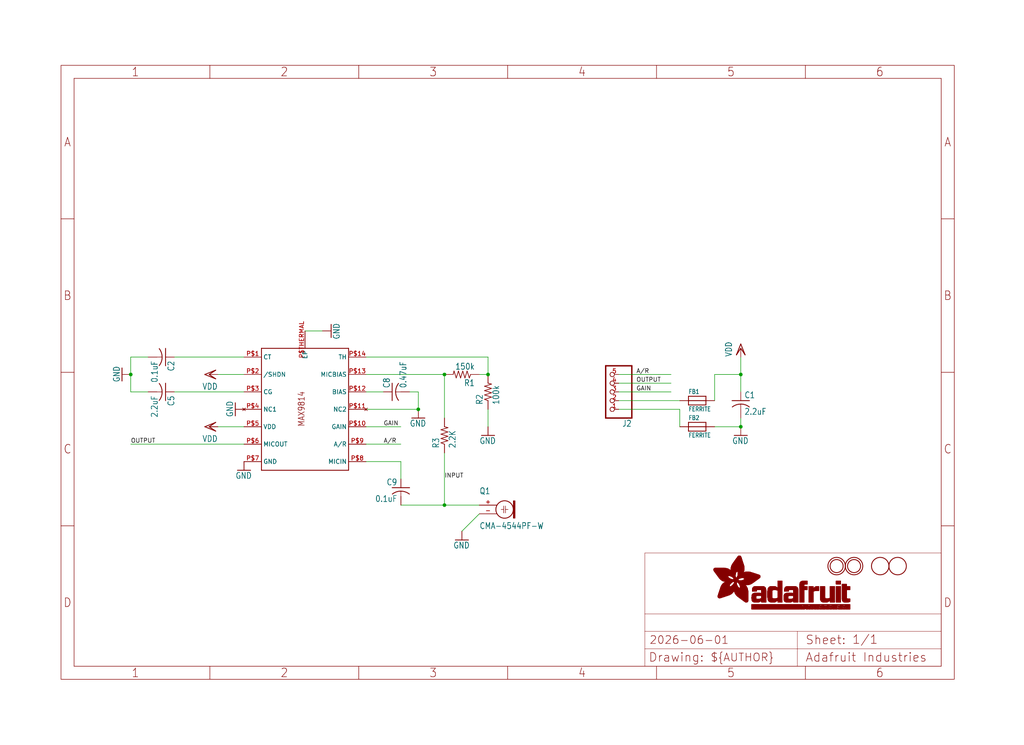
<source format=kicad_sch>
(kicad_sch (version 20230121) (generator eeschema)
  (paper "User" 298.45 217.322)
  (lib_symbols
    (symbol "working-eagle-import:C-USC0805K"
      (property "Reference" "C" (at 1.016 0.635 0))
      (symbol "C-USC0805K_1_0"
        (pin passive line (at 0 2.54 270) (length 2.54) (name "1") (number "1"))
        (pin passive line (at 0 -5.08 90) (length 2.54) (name "2") (number "2"))
      )
    )
    (symbol "working-eagle-import:ELECTRET"
      (property "Reference" "Q" (at -5.08 -7.62 0))
      (symbol "ELECTRET_1_0"
        (pin passive line (at -5.08 -2.54 0) (length 5.08) (name "2") (number "+"))
        (pin passive line (at -5.08 0 0) (length 5.08) (name "1") (number "-"))
      )
    )
    (symbol "working-eagle-import:FERRITE0805"
      (property "Reference" "FB" (at -2.54 1.905 0))
      (symbol "FERRITE0805_1_0"
        (pin bidirectional line (at -5.08 0 0) (length 2.54) (name "P$1") (number "1"))
        (pin bidirectional line (at 5.08 0 180) (length 2.54) (name "P$2") (number "2"))
      )
    )
    (symbol "working-eagle-import:FIDUCIAL")
    (symbol "working-eagle-import:FRAME_A4_ADAFRUIT"
      (symbol "FRAME_A4_ADAFRUIT_1_0"
        (text "${#}/${##}" (at 230.505 10.16 0) (effects (font (size 2.54 2.54)) (justify left bottom)))
        (text "${AUTHOR}" (at 189.23 5.08 0) (effects (font (size 2.286 2.286)) (justify left bottom)))
        (text "${CURRENT_DATE}" (at 171.45 10.16 0) (effects (font (size 2.286 2.286)) (justify left bottom)))
        (text "${PROJECTNAME}" (at 171.45 15.24 0) (effects (font (size 2.54 2.54)) (justify left bottom)))
        (text "1" (at 21.6958 1.905 0) (effects (font (size 2.54 2.286))))
        (text "1" (at 21.6958 177.165 0) (effects (font (size 2.54 2.286))))
        (text "2" (at 65.0875 1.905 0) (effects (font (size 2.54 2.286))))
        (text "2" (at 65.0875 177.165 0) (effects (font (size 2.54 2.286))))
        (text "3" (at 108.4792 1.905 0) (effects (font (size 2.54 2.286))))
        (text "3" (at 108.4792 177.165 0) (effects (font (size 2.54 2.286))))
        (text "4" (at 151.8708 1.905 0) (effects (font (size 2.54 2.286))))
        (text "4" (at 151.8708 177.165 0) (effects (font (size 2.54 2.286))))
        (text "5" (at 195.2625 1.905 0) (effects (font (size 2.54 2.286))))
        (text "5" (at 195.2625 177.165 0) (effects (font (size 2.54 2.286))))
        (text "6" (at 238.6542 1.905 0) (effects (font (size 2.54 2.286))))
        (text "6" (at 238.6542 177.165 0) (effects (font (size 2.54 2.286))))
        (text "A" (at 1.905 156.6863 0) (effects (font (size 2.54 2.286))))
        (text "A" (at 258.445 156.6863 0) (effects (font (size 2.54 2.286))))
        (text "Adafruit Industries" (at 216.916 4.953 0) (effects (font (size 2.54 2.54)) (justify left bottom)))
        (text "B" (at 1.905 111.9188 0) (effects (font (size 2.54 2.286))))
        (text "B" (at 258.445 111.9188 0) (effects (font (size 2.54 2.286))))
        (text "C" (at 1.905 67.1513 0) (effects (font (size 2.54 2.286))))
        (text "C" (at 258.445 67.1513 0) (effects (font (size 2.54 2.286))))
        (text "D" (at 1.905 22.3838 0) (effects (font (size 2.54 2.286))))
        (text "D" (at 258.445 22.3838 0) (effects (font (size 2.54 2.286))))
        (text "Drawing:" (at 171.196 4.953 0) (effects (font (size 2.54 2.54)) (justify left bottom)))
        (text "Sheet:" (at 216.916 10.033 0) (effects (font (size 2.54 2.54)) (justify left bottom)))
      )
    )
    (symbol "working-eagle-import:GND" (power)
      (property "Value" "GND" (at -2.54 -2.54 0))
      (symbol "GND_1_0"
        (pin power_in line (at 0 2.54 270) (length 2.54) (name "GND") (number "1"))
      )
    )
    (symbol "working-eagle-import:HEADER-1X576MIL"
      (property "Reference" "JP" (at -6.35 8.255 0))
      (symbol "HEADER-1X576MIL_1_0"
        (pin passive inverted (at -2.54 5.08 0) (length 2.54) (name "1") (number "1"))
        (pin passive inverted (at -2.54 2.54 0) (length 2.54) (name "2") (number "2"))
        (pin passive inverted (at -2.54 0 0) (length 2.54) (name "3") (number "3"))
        (pin passive inverted (at -2.54 -2.54 0) (length 2.54) (name "4") (number "4"))
        (pin passive inverted (at -2.54 -5.08 0) (length 2.54) (name "5") (number "5"))
      )
    )
    (symbol "working-eagle-import:MAX9814TDFN14"
      (symbol "MAX9814TDFN14_1_0"
        (text "MAX9814" (at 0 -5.08 900) (effects (font (size 1.778 1.5113)) (justify left bottom)))
        (pin bidirectional line (at -17.78 15.24 0) (length 5.08) (name "CT") (number "P$1"))
        (pin bidirectional line (at 17.78 -5.08 180) (length 5.08) (name "GAIN") (number "P$10"))
        (pin no_connect line (at 17.78 0 180) (length 5.08) (name "NC2") (number "P$11"))
        (pin bidirectional line (at 17.78 5.08 180) (length 5.08) (name "BIAS") (number "P$12"))
        (pin bidirectional line (at 17.78 10.16 180) (length 5.08) (name "MICBIAS") (number "P$13"))
        (pin bidirectional line (at 17.78 15.24 180) (length 5.08) (name "TH") (number "P$14"))
        (pin bidirectional line (at -17.78 10.16 0) (length 5.08) (name "/SHDN") (number "P$2"))
        (pin bidirectional line (at -17.78 5.08 0) (length 5.08) (name "CG") (number "P$3"))
        (pin no_connect line (at -17.78 0 0) (length 5.08) (name "NC1") (number "P$4"))
        (pin bidirectional line (at -17.78 -5.08 0) (length 5.08) (name "VDD") (number "P$5"))
        (pin bidirectional line (at -17.78 -10.16 0) (length 5.08) (name "MICOUT") (number "P$6"))
        (pin bidirectional line (at -17.78 -15.24 0) (length 5.08) (name "GND") (number "P$7"))
        (pin bidirectional line (at 17.78 -15.24 180) (length 5.08) (name "MICIN") (number "P$8"))
        (pin bidirectional line (at 17.78 -10.16 180) (length 5.08) (name "A/R") (number "P$9"))
        (pin bidirectional line (at 0 22.86 270) (length 5.08) (name "EP") (number "P$THERMAL"))
      )
    )
    (symbol "working-eagle-import:MOUNTINGHOLE2.0")
    (symbol "working-eagle-import:R-US_R0805"
      (property "Reference" "R" (at -3.81 1.4986 0))
      (symbol "R-US_R0805_1_0"
        (pin passive line (at -5.08 0 0) (length 2.54) (name "1") (number "1"))
        (pin passive line (at 5.08 0 180) (length 2.54) (name "2") (number "2"))
      )
    )
    (symbol "working-eagle-import:VDD" (power)
      (property "Value" "VDD" (at -2.54 -2.54 90))
      (symbol "VDD_1_0"
        (pin power_in line (at 0 -2.54 90) (length 2.54) (name "VDD") (number "1"))
      )
    )
  )
  (junction (at 215.9 109.22))
  (junction (at 38.1 109.22))
  (junction (at 121.92 119.38))
  (junction (at 129.54 109.22))
  (junction (at 129.54 147.32))
  (junction (at 215.9 124.46))
  (junction (at 142.24 109.22))
  (wire (pts (xy 215.9 121.92) (xy 215.9 124.46)) (stroke (width 0.1524)))
  (wire (pts (xy 215.9 109.22) (xy 215.9 104.14)) (stroke (width 0.1524)))
  (wire (pts (xy 63.5 109.22) (xy 71.12 109.22)) (stroke (width 0.1524)))
  (wire (pts (xy 198.12 116.84) (xy 180.34 116.84)) (stroke (width 0.1524)))
  (wire (pts (xy 116.84 147.32) (xy 129.54 147.32)) (stroke (width 0.1524)))
  (wire (pts (xy 142.24 109.22) (xy 139.7 109.22)) (stroke (width 0.1524)))
  (wire (pts (xy 208.28 109.22) (xy 208.28 116.84)) (stroke (width 0.1524)))
  (wire (pts (xy 121.92 119.38) (xy 106.68 119.38)) (stroke (width 0.1524)))
  (wire (pts (xy 93.98 96.52) (xy 88.9 96.52)) (stroke (width 0.1524)))
  (wire (pts (xy 38.1 114.3) (xy 43.18 114.3)) (stroke (width 0.1524)))
  (wire (pts (xy 215.9 124.46) (xy 208.28 124.46)) (stroke (width 0.1524)))
  (wire (pts (xy 180.34 114.3) (xy 195.58 114.3)) (stroke (width 0.1524)))
  (wire (pts (xy 121.92 114.3) (xy 119.38 114.3)) (stroke (width 0.1524)))
  (wire (pts (xy 106.68 129.54) (xy 116.84 129.54)) (stroke (width 0.1524)))
  (wire (pts (xy 215.9 109.22) (xy 208.28 109.22)) (stroke (width 0.1524)))
  (wire (pts (xy 111.76 114.3) (xy 106.68 114.3)) (stroke (width 0.1524)))
  (wire (pts (xy 38.1 104.14) (xy 38.1 109.22)) (stroke (width 0.1524)))
  (wire (pts (xy 142.24 124.46) (xy 142.24 119.38)) (stroke (width 0.1524)))
  (wire (pts (xy 50.8 104.14) (xy 71.12 104.14)) (stroke (width 0.1524)))
  (wire (pts (xy 142.24 104.14) (xy 142.24 109.22)) (stroke (width 0.1524)))
  (wire (pts (xy 71.12 129.54) (xy 38.1 129.54)) (stroke (width 0.1524)))
  (wire (pts (xy 198.12 124.46) (xy 198.12 119.38)) (stroke (width 0.1524)))
  (wire (pts (xy 43.18 104.14) (xy 38.1 104.14)) (stroke (width 0.1524)))
  (wire (pts (xy 134.62 154.94) (xy 139.7 149.86)) (stroke (width 0.1524)))
  (wire (pts (xy 215.9 114.3) (xy 215.9 109.22)) (stroke (width 0.1524)))
  (wire (pts (xy 198.12 119.38) (xy 180.34 119.38)) (stroke (width 0.1524)))
  (wire (pts (xy 106.68 124.46) (xy 116.84 124.46)) (stroke (width 0.1524)))
  (wire (pts (xy 63.5 124.46) (xy 71.12 124.46)) (stroke (width 0.1524)))
  (wire (pts (xy 121.92 119.38) (xy 121.92 114.3)) (stroke (width 0.1524)))
  (wire (pts (xy 50.8 114.3) (xy 71.12 114.3)) (stroke (width 0.1524)))
  (wire (pts (xy 106.68 104.14) (xy 142.24 104.14)) (stroke (width 0.1524)))
  (wire (pts (xy 129.54 132.08) (xy 129.54 147.32)) (stroke (width 0.1524)))
  (wire (pts (xy 38.1 109.22) (xy 38.1 114.3)) (stroke (width 0.1524)))
  (wire (pts (xy 106.68 109.22) (xy 129.54 109.22)) (stroke (width 0.1524)))
  (wire (pts (xy 116.84 134.62) (xy 106.68 134.62)) (stroke (width 0.1524)))
  (wire (pts (xy 129.54 109.22) (xy 129.54 121.92)) (stroke (width 0.1524)))
  (wire (pts (xy 180.34 111.76) (xy 195.58 111.76)) (stroke (width 0.1524)))
  (wire (pts (xy 129.54 147.32) (xy 139.7 147.32)) (stroke (width 0.1524)))
  (wire (pts (xy 116.84 139.7) (xy 116.84 134.62)) (stroke (width 0.1524)))
  (wire (pts (xy 180.34 109.22) (xy 195.58 109.22)) (stroke (width 0.1524)))
  (label "OUTPUT" (at 185.42 111.76 0) (effects (font (size 1.2446 1.2446))))
  (label "OUTPUT" (at 38.1 129.54 0) (effects (font (size 1.2446 1.2446))))
  (label "A/R" (at 185.42 109.22 0) (effects (font (size 1.2446 1.2446))))
  (label "INPUT" (at 129.54 139.7 0) (effects (font (size 1.2446 1.2446))))
  (label "GAIN" (at 185.42 114.3 0) (effects (font (size 1.2446 1.2446))))
  (label "GAIN" (at 111.76 124.46 0) (effects (font (size 1.2446 1.2446))))
  (label "A/R" (at 111.76 129.54 0) (effects (font (size 1.2446 1.2446))))
  (symbol (lib_id "working-eagle-import:FIDUCIAL") (at 261.62 165.1 0) (unit 1)
    (property "Reference" "U$2" (effects hide))
    (property "Value" "FIDUCIAL" (effects hide))
    (property "Footprint" "working:FIDUCIAL_1MM" (effects hide))
  )
  (symbol (lib_id "working-eagle-import:C-USC0805K") (at 48.26 114.3 270) (unit 1)
    (property "Reference" "C5" (at 48.895 115.316 0) (effects (font (size 1.778 1.5113)) (justify left bottom)))
    (property "Value" "2.2uF" (at 44.069 115.316 0) (effects (font (size 1.778 1.5113)) (justify left bottom)))
    (property "Footprint" "working:C0805K" (effects hide))
  )
  (symbol (lib_id "working-eagle-import:C-USC0805K") (at 116.84 142.24 0) (mirror y) (unit 1)
    (property "Reference" "C9" (at 115.824 141.605 0) (effects (font (size 1.778 1.5113)) (justify left bottom)))
    (property "Value" "0.1uF" (at 115.824 146.431 0) (effects (font (size 1.778 1.5113)) (justify left bottom)))
    (property "Footprint" "working:C0805K" (effects hide))
  )
  (symbol (lib_id "working-eagle-import:GND") (at 134.62 157.48 0) (unit 1)
    (property "Reference" "#GND5" (effects hide))
    (property "Value" "GND" (at 132.08 160.02 0) (effects (font (size 1.778 1.5113)) (justify left bottom)))
  )
  (symbol (lib_id "working-eagle-import:GND") (at 121.92 121.92 0) (unit 1)
    (property "Reference" "#GND12" (effects hide))
    (property "Value" "GND" (at 119.38 124.46 0) (effects (font (size 1.778 1.5113)) (justify left bottom)))
  )
  (symbol (lib_id "working-eagle-import:C-USC0805K") (at 48.26 104.14 270) (unit 1)
    (property "Reference" "C2" (at 48.895 105.156 0) (effects (font (size 1.778 1.5113)) (justify left bottom)))
    (property "Value" "0.1uF" (at 44.069 105.156 0) (effects (font (size 1.778 1.5113)) (justify left bottom)))
    (property "Footprint" "working:C0805K" (effects hide))
  )
  (symbol (lib_id "working-eagle-import:MOUNTINGHOLE2.0") (at 248.92 165.1 0) (unit 1)
    (property "Reference" "U$4" (effects hide))
    (property "Value" "MOUNTINGHOLE2.0" (effects hide))
    (property "Footprint" "working:MOUNTINGHOLE_2.0_PLATED" (effects hide))
  )
  (symbol (lib_id "working-eagle-import:GND") (at 71.12 137.16 0) (unit 1)
    (property "Reference" "#GND10" (effects hide))
    (property "Value" "GND" (at 68.58 139.7 0) (effects (font (size 1.778 1.5113)) (justify left bottom)))
  )
  (symbol (lib_id "working-eagle-import:ELECTRET") (at 144.78 149.86 0) (mirror x) (unit 1)
    (property "Reference" "Q1" (at 139.7 142.24 0) (effects (font (size 1.778 1.5113)) (justify left bottom)))
    (property "Value" "CMA-4544PF-W" (at 139.7 152.4 0) (effects (font (size 1.778 1.5113)) (justify left bottom)))
    (property "Footprint" "working:9.7ELECTRET" (effects hide))
  )
  (symbol (lib_id "working-eagle-import:VDD") (at 215.9 101.6 0) (unit 1)
    (property "Reference" "#VDD1" (effects hide))
    (property "Value" "VDD" (at 213.36 104.14 90) (effects (font (size 1.778 1.5113)) (justify left bottom)))
  )
  (symbol (lib_id "working-eagle-import:GND") (at 68.58 119.38 270) (unit 1)
    (property "Reference" "#GND6" (effects hide))
    (property "Value" "GND" (at 66.04 116.84 0) (effects (font (size 1.778 1.5113)) (justify left bottom)))
  )
  (symbol (lib_id "working-eagle-import:GND") (at 142.24 127 0) (unit 1)
    (property "Reference" "#GND9" (effects hide))
    (property "Value" "GND" (at 139.7 129.54 0) (effects (font (size 1.778 1.5113)) (justify left bottom)))
  )
  (symbol (lib_id "working-eagle-import:HEADER-1X576MIL") (at 177.8 114.3 180) (unit 1)
    (property "Reference" "J2" (at 184.15 122.555 0) (effects (font (size 1.778 1.5113)) (justify left bottom)))
    (property "Value" "HEADER-1X576MIL" (effects hide))
    (property "Footprint" "working:1X05_ROUND_76" (effects hide))
  )
  (symbol (lib_id "working-eagle-import:R-US_R0805") (at 129.54 127 90) (unit 1)
    (property "Reference" "R3" (at 128.0414 130.81 0) (effects (font (size 1.778 1.5113)) (justify left bottom)))
    (property "Value" "2.2K" (at 132.842 130.81 0) (effects (font (size 1.778 1.5113)) (justify left bottom)))
    (property "Footprint" "working:R0805" (effects hide))
  )
  (symbol (lib_id "working-eagle-import:MAX9814TDFN14") (at 88.9 119.38 0) (unit 1)
    (property "Reference" "U$1" (effects hide))
    (property "Value" "MAX9814TDFN14" (effects hide))
    (property "Footprint" "working:TDFN14_3X3MM" (effects hide))
  )
  (symbol (lib_id "working-eagle-import:FERRITE0805") (at 203.2 116.84 0) (unit 1)
    (property "Reference" "FB1" (at 200.66 114.935 0) (effects (font (size 1.27 1.0795)) (justify left bottom)))
    (property "Value" "FERRITE" (at 200.66 120.015 0) (effects (font (size 1.27 1.0795)) (justify left bottom)))
    (property "Footprint" "working:0805" (effects hide))
  )
  (symbol (lib_id "working-eagle-import:MOUNTINGHOLE2.0") (at 243.84 165.1 0) (unit 1)
    (property "Reference" "U$5" (effects hide))
    (property "Value" "MOUNTINGHOLE2.0" (effects hide))
    (property "Footprint" "working:MOUNTINGHOLE_2.0_PLATED" (effects hide))
  )
  (symbol (lib_id "working-eagle-import:C-USC0805K") (at 114.3 114.3 90) (unit 1)
    (property "Reference" "C8" (at 113.665 113.284 0) (effects (font (size 1.778 1.5113)) (justify left bottom)))
    (property "Value" "0.47uF" (at 118.491 113.284 0) (effects (font (size 1.778 1.5113)) (justify left bottom)))
    (property "Footprint" "working:C0805K" (effects hide))
  )
  (symbol (lib_id "working-eagle-import:VDD") (at 60.96 109.22 90) (unit 1)
    (property "Reference" "#VDD9" (effects hide))
    (property "Value" "VDD" (at 63.5 111.76 90) (effects (font (size 1.778 1.5113)) (justify left bottom)))
  )
  (symbol (lib_id "working-eagle-import:GND") (at 215.9 127 0) (unit 1)
    (property "Reference" "#GND1" (effects hide))
    (property "Value" "GND" (at 213.36 129.54 0) (effects (font (size 1.778 1.5113)) (justify left bottom)))
  )
  (symbol (lib_id "working-eagle-import:GND") (at 96.52 96.52 90) (unit 1)
    (property "Reference" "#GND2" (effects hide))
    (property "Value" "GND" (at 99.06 99.06 0) (effects (font (size 1.778 1.5113)) (justify left bottom)))
  )
  (symbol (lib_id "working-eagle-import:FERRITE0805") (at 203.2 124.46 0) (unit 1)
    (property "Reference" "FB2" (at 200.66 122.555 0) (effects (font (size 1.27 1.0795)) (justify left bottom)))
    (property "Value" "FERRITE" (at 200.66 127.635 0) (effects (font (size 1.27 1.0795)) (justify left bottom)))
    (property "Footprint" "working:0805" (effects hide))
  )
  (symbol (lib_id "working-eagle-import:R-US_R0805") (at 142.24 114.3 90) (unit 1)
    (property "Reference" "R2" (at 140.7414 118.11 0) (effects (font (size 1.778 1.5113)) (justify left bottom)))
    (property "Value" "100k" (at 145.542 118.11 0) (effects (font (size 1.778 1.5113)) (justify left bottom)))
    (property "Footprint" "working:R0805" (effects hide))
  )
  (symbol (lib_id "working-eagle-import:R-US_R0805") (at 134.62 109.22 180) (unit 1)
    (property "Reference" "R1" (at 138.43 110.7186 0) (effects (font (size 1.778 1.5113)) (justify left bottom)))
    (property "Value" "150k" (at 138.43 105.918 0) (effects (font (size 1.778 1.5113)) (justify left bottom)))
    (property "Footprint" "working:R0805" (effects hide))
  )
  (symbol (lib_id "working-eagle-import:GND") (at 35.56 109.22 270) (unit 1)
    (property "Reference" "#GND8" (effects hide))
    (property "Value" "GND" (at 33.02 106.68 0) (effects (font (size 1.778 1.5113)) (justify left bottom)))
  )
  (symbol (lib_id "working-eagle-import:FIDUCIAL") (at 256.54 165.1 0) (unit 1)
    (property "Reference" "U$3" (effects hide))
    (property "Value" "FIDUCIAL" (effects hide))
    (property "Footprint" "working:FIDUCIAL_1MM" (effects hide))
  )
  (symbol (lib_id "working-eagle-import:FRAME_A4_ADAFRUIT") (at 17.78 198.12 0) (unit 1)
    (property "Reference" "#U$7" (effects hide))
    (property "Value" "FRAME_A4_ADAFRUIT" (effects hide))
  )
  (symbol (lib_id "working-eagle-import:C-USC0805K") (at 215.9 116.84 0) (unit 1)
    (property "Reference" "C1" (at 216.916 116.205 0) (effects (font (size 1.778 1.5113)) (justify left bottom)))
    (property "Value" "2.2uF" (at 216.916 121.031 0) (effects (font (size 1.778 1.5113)) (justify left bottom)))
    (property "Footprint" "working:C0805K" (effects hide))
  )
  (symbol (lib_id "working-eagle-import:VDD") (at 60.96 124.46 90) (unit 1)
    (property "Reference" "#VDD8" (effects hide))
    (property "Value" "VDD" (at 63.5 127 90) (effects (font (size 1.778 1.5113)) (justify left bottom)))
  )
)
</source>
